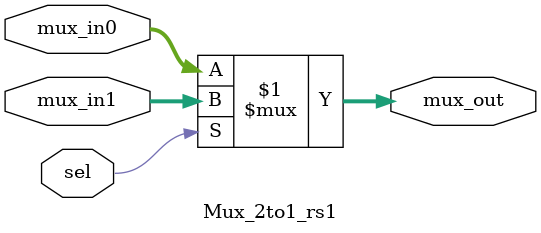
<source format=v>
module Mux_2to1_rs1 (
    input [4:0] mux_in0,
    input [4:0] mux_in1,
    input sel,

    output [4:0] mux_out);

    assign mux_out = sel ? mux_in1 : mux_in0;
   
endmodule

</source>
